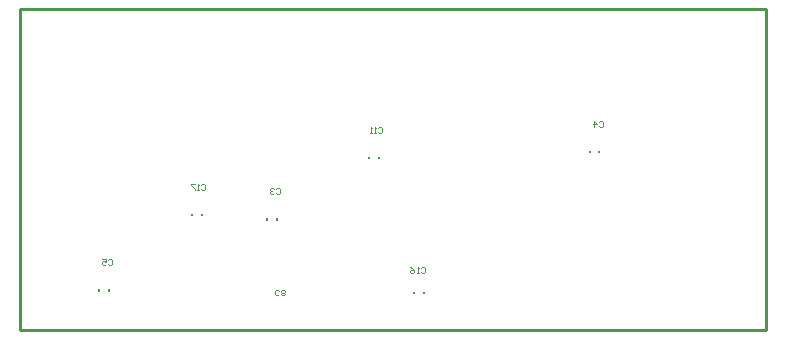
<source format=gbo>
G04*
G04 #@! TF.GenerationSoftware,Altium Limited,Altium Designer,21.5.1 (32)*
G04*
G04 Layer_Color=32896*
%FSLAX25Y25*%
%MOIN*%
G70*
G04*
G04 #@! TF.SameCoordinates,8A425D5F-BF34-4987-8E10-FF1777C96443*
G04*
G04*
G04 #@! TF.FilePolarity,Positive*
G04*
G01*
G75*
%ADD12C,0.00787*%
%ADD13C,0.00394*%
%ADD16C,0.01000*%
D12*
X116425Y-49697D02*
Y-49303D01*
X119575Y-49697D02*
Y-49303D01*
X134575Y-94697D02*
Y-94303D01*
X131425Y-94697D02*
Y-94303D01*
X189925Y-47697D02*
Y-47303D01*
X193075Y-47697D02*
Y-47303D01*
X29575Y-93846D02*
Y-93453D01*
X26425Y-93846D02*
Y-93453D01*
X60575Y-68697D02*
Y-68303D01*
X57425Y-68697D02*
Y-68303D01*
X82425Y-70197D02*
Y-69803D01*
X85575Y-70197D02*
Y-69803D01*
D13*
X60393Y-58510D02*
X60721Y-58182D01*
X61377D01*
X61705Y-58510D01*
Y-59822D01*
X61377Y-60150D01*
X60721D01*
X60393Y-59822D01*
X59737Y-60150D02*
X59081D01*
X59409D01*
Y-58182D01*
X59737Y-58510D01*
X58097Y-58182D02*
X56786D01*
Y-58510D01*
X58097Y-59822D01*
Y-60150D01*
X133688Y-86360D02*
X134016Y-86032D01*
X134672D01*
X135000Y-86360D01*
Y-87672D01*
X134672Y-88000D01*
X134016D01*
X133688Y-87672D01*
X133032Y-88000D02*
X132376D01*
X132704D01*
Y-86032D01*
X133032Y-86360D01*
X130080Y-86032D02*
X130736Y-86360D01*
X131392Y-87016D01*
Y-87672D01*
X131064Y-88000D01*
X130408D01*
X130080Y-87672D01*
Y-87344D01*
X130408Y-87016D01*
X131392D01*
X192893Y-37510D02*
X193221Y-37182D01*
X193877D01*
X194205Y-37510D01*
Y-38822D01*
X193877Y-39150D01*
X193221D01*
X192893Y-38822D01*
X191253Y-39150D02*
Y-37182D01*
X192237Y-38166D01*
X190925D01*
X119393Y-39510D02*
X119721Y-39182D01*
X120377D01*
X120705Y-39510D01*
Y-40822D01*
X120377Y-41150D01*
X119721D01*
X119393Y-40822D01*
X118737Y-41150D02*
X118081D01*
X118409D01*
Y-39182D01*
X118737Y-39510D01*
X117097Y-41150D02*
X116441D01*
X116769D01*
Y-39182D01*
X117097Y-39510D01*
X85393Y-60010D02*
X85721Y-59682D01*
X86377D01*
X86705Y-60010D01*
Y-61322D01*
X86377Y-61650D01*
X85721D01*
X85393Y-61322D01*
X84737Y-60010D02*
X84409Y-59682D01*
X83753D01*
X83425Y-60010D01*
Y-60338D01*
X83753Y-60666D01*
X84081D01*
X83753D01*
X83425Y-60994D01*
Y-61322D01*
X83753Y-61650D01*
X84409D01*
X84737Y-61322D01*
X29393Y-83610D02*
X29721Y-83282D01*
X30377D01*
X30705Y-83610D01*
Y-84922D01*
X30377Y-85250D01*
X29721D01*
X29393Y-84922D01*
X27425Y-83282D02*
X28737D01*
Y-84266D01*
X28081Y-83938D01*
X27753D01*
X27425Y-84266D01*
Y-84922D01*
X27753Y-85250D01*
X28409D01*
X28737Y-84922D01*
X86375Y-95140D02*
X86047Y-95468D01*
X85391D01*
X85063Y-95140D01*
Y-93828D01*
X85391Y-93500D01*
X86047D01*
X86375Y-93828D01*
X87031Y-95140D02*
X87359Y-95468D01*
X88015D01*
X88343Y-95140D01*
Y-94812D01*
X88015Y-94484D01*
X88343Y-94156D01*
Y-93828D01*
X88015Y-93500D01*
X87359D01*
X87031Y-93828D01*
Y-94156D01*
X87359Y-94484D01*
X87031Y-94812D01*
Y-95140D01*
X87359Y-94484D02*
X88015D01*
D16*
X0Y-107106D02*
Y0D01*
X248500D01*
Y-107106D02*
Y0D01*
X0Y-107106D02*
X248500D01*
M02*

</source>
